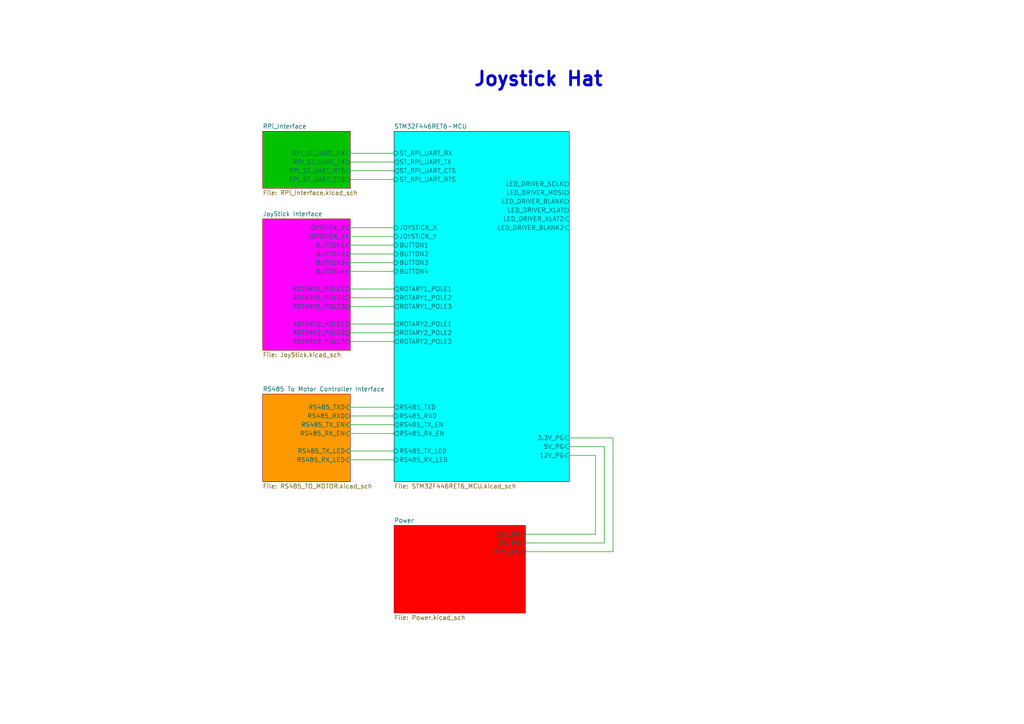
<source format=kicad_sch>
(kicad_sch
	(version 20231120)
	(generator "eeschema")
	(generator_version "8.0")
	(uuid "cf0c81b5-5bdf-47c3-83c0-f6980f515e65")
	(paper "A4")
	(lib_symbols)
	(wire
		(pts
			(xy 177.8 127) (xy 165.1 127)
		)
		(stroke
			(width 0)
			(type default)
		)
		(uuid "02f0fb43-01cb-4626-85c9-9e2e73c733bc")
	)
	(wire
		(pts
			(xy 152.4 157.48) (xy 175.26 157.48)
		)
		(stroke
			(width 0)
			(type default)
		)
		(uuid "0a5fc099-12b4-4bd3-a449-a6fba262bb38")
	)
	(wire
		(pts
			(xy 101.6 44.45) (xy 114.3 44.45)
		)
		(stroke
			(width 0)
			(type default)
		)
		(uuid "1abd81a1-43cb-4fb8-bf66-7ace70f06f98")
	)
	(wire
		(pts
			(xy 101.6 52.07) (xy 114.3 52.07)
		)
		(stroke
			(width 0)
			(type default)
		)
		(uuid "1c97a3be-e7c3-49a4-9e48-bdd687c36255")
	)
	(wire
		(pts
			(xy 101.6 83.82) (xy 114.3 83.82)
		)
		(stroke
			(width 0)
			(type default)
		)
		(uuid "2d6e64de-6c2f-425e-bc26-fb43578a734b")
	)
	(wire
		(pts
			(xy 101.6 78.74) (xy 114.3 78.74)
		)
		(stroke
			(width 0)
			(type default)
		)
		(uuid "2d96e2d5-3c69-4908-904b-fbf7d8894604")
	)
	(wire
		(pts
			(xy 101.6 86.36) (xy 114.3 86.36)
		)
		(stroke
			(width 0)
			(type default)
		)
		(uuid "421bdbbb-0d4a-43a7-9a44-5fe932b35aef")
	)
	(wire
		(pts
			(xy 165.1 129.54) (xy 175.26 129.54)
		)
		(stroke
			(width 0)
			(type default)
		)
		(uuid "4a8b2c4b-c097-48b3-a363-dbc2de68c0c8")
	)
	(wire
		(pts
			(xy 172.72 154.94) (xy 172.72 132.08)
		)
		(stroke
			(width 0)
			(type default)
		)
		(uuid "5004a02c-6e8c-467c-99dd-331ddae40e35")
	)
	(wire
		(pts
			(xy 101.6 73.66) (xy 114.3 73.66)
		)
		(stroke
			(width 0)
			(type default)
		)
		(uuid "54094dbc-9db7-4ff9-8318-d523e1a45776")
	)
	(wire
		(pts
			(xy 172.72 132.08) (xy 165.1 132.08)
		)
		(stroke
			(width 0)
			(type default)
		)
		(uuid "5c949d41-6ad7-423d-b7e1-b4a3a57d985f")
	)
	(wire
		(pts
			(xy 152.4 160.02) (xy 177.8 160.02)
		)
		(stroke
			(width 0)
			(type default)
		)
		(uuid "65026c94-2269-4bd4-af05-4e20724bb3b4")
	)
	(wire
		(pts
			(xy 101.6 71.12) (xy 114.3 71.12)
		)
		(stroke
			(width 0)
			(type default)
		)
		(uuid "6e719d33-98a6-4eb4-b9c1-a2c4bfcc56b8")
	)
	(wire
		(pts
			(xy 101.6 76.2) (xy 114.3 76.2)
		)
		(stroke
			(width 0)
			(type default)
		)
		(uuid "784562e8-84d0-497c-9c19-ebf47593fbde")
	)
	(wire
		(pts
			(xy 177.8 160.02) (xy 177.8 127)
		)
		(stroke
			(width 0)
			(type default)
		)
		(uuid "7deaddaf-b5f1-414b-a39f-7c652e43252d")
	)
	(wire
		(pts
			(xy 101.6 123.19) (xy 114.3 123.19)
		)
		(stroke
			(width 0)
			(type default)
		)
		(uuid "8285f789-732f-4247-9b26-1edb5783dce2")
	)
	(wire
		(pts
			(xy 101.6 133.35) (xy 114.3 133.35)
		)
		(stroke
			(width 0)
			(type default)
		)
		(uuid "858b6487-caac-4dbb-9c51-0e5b8d940145")
	)
	(wire
		(pts
			(xy 101.6 99.06) (xy 114.3 99.06)
		)
		(stroke
			(width 0)
			(type default)
		)
		(uuid "8aa6dbbe-aa12-4a05-9a98-006d1b7e7054")
	)
	(wire
		(pts
			(xy 101.6 118.11) (xy 114.3 118.11)
		)
		(stroke
			(width 0)
			(type default)
		)
		(uuid "8bb60270-3b08-4382-a9fb-05e4210fbced")
	)
	(wire
		(pts
			(xy 101.6 120.65) (xy 114.3 120.65)
		)
		(stroke
			(width 0)
			(type default)
		)
		(uuid "902ab5ab-fd80-48a8-9d35-7a7a41565937")
	)
	(wire
		(pts
			(xy 101.6 130.81) (xy 114.3 130.81)
		)
		(stroke
			(width 0)
			(type default)
		)
		(uuid "92ed87c7-d02f-4389-8deb-71efc3b7b692")
	)
	(wire
		(pts
			(xy 175.26 157.48) (xy 175.26 129.54)
		)
		(stroke
			(width 0)
			(type default)
		)
		(uuid "a815b9ae-cea9-479f-8813-8a40ef6a36a3")
	)
	(wire
		(pts
			(xy 152.4 154.94) (xy 172.72 154.94)
		)
		(stroke
			(width 0)
			(type default)
		)
		(uuid "a8443e22-a7ca-4cff-96ed-c7e0e2f226bc")
	)
	(wire
		(pts
			(xy 101.6 46.99) (xy 114.3 46.99)
		)
		(stroke
			(width 0)
			(type default)
		)
		(uuid "acd52c15-9a6e-4656-8e66-71b78b772415")
	)
	(wire
		(pts
			(xy 101.6 125.73) (xy 114.3 125.73)
		)
		(stroke
			(width 0)
			(type default)
		)
		(uuid "cd6ac34a-603d-471d-839c-d883e0daebbc")
	)
	(wire
		(pts
			(xy 101.6 66.04) (xy 114.3 66.04)
		)
		(stroke
			(width 0)
			(type default)
		)
		(uuid "ce74e567-af3b-48d1-b969-951ff9fc697d")
	)
	(wire
		(pts
			(xy 101.6 68.58) (xy 114.3 68.58)
		)
		(stroke
			(width 0)
			(type default)
		)
		(uuid "d1230e0b-7b2e-4c8f-b944-02edb45ac468")
	)
	(wire
		(pts
			(xy 101.6 49.53) (xy 114.3 49.53)
		)
		(stroke
			(width 0)
			(type default)
		)
		(uuid "d4312203-34d7-4ab6-993f-0bc52eae3e18")
	)
	(wire
		(pts
			(xy 101.6 88.9) (xy 114.3 88.9)
		)
		(stroke
			(width 0)
			(type default)
		)
		(uuid "e4069508-da11-416b-9d27-28b6dce61782")
	)
	(wire
		(pts
			(xy 101.6 93.98) (xy 114.3 93.98)
		)
		(stroke
			(width 0)
			(type default)
		)
		(uuid "f9dc7a24-8d9d-4f24-87fe-187536dd8ab5")
	)
	(wire
		(pts
			(xy 101.6 96.52) (xy 114.3 96.52)
		)
		(stroke
			(width 0)
			(type default)
		)
		(uuid "fbe14549-ab53-4597-99a7-bade70984514")
	)
	(text "Joystick Hat"
		(exclude_from_sim no)
		(at 137.16 25.4 0)
		(effects
			(font
				(size 4 4)
				(thickness 0.8)
				(bold yes)
			)
			(justify left bottom)
		)
		(uuid "ecefa86c-4ce4-4c57-8ca4-565873959f53")
	)
	(sheet
		(at 76.2 63.5)
		(size 25.4 38.1)
		(fields_autoplaced yes)
		(stroke
			(width 0.1524)
			(type solid)
		)
		(fill
			(color 255 0 255 1.0000)
		)
		(uuid "657fac1d-f0e2-4536-8020-58a2ff4b82f6")
		(property "Sheetname" "JoyStick Interface"
			(at 76.2 62.7884 0)
			(effects
				(font
					(size 1.27 1.27)
				)
				(justify left bottom)
			)
		)
		(property "Sheetfile" "JoyStick.kicad_sch"
			(at 76.2 102.1846 0)
			(effects
				(font
					(size 1.27 1.27)
				)
				(justify left top)
			)
		)
		(pin "JOYSTICK_X" input
			(at 101.6 66.04 0)
			(effects
				(font
					(size 1.27 1.27)
				)
				(justify right)
			)
			(uuid "8ea38461-ce63-4b32-bc7c-5ff6837ac8fe")
		)
		(pin "JOYSTICK_Y" input
			(at 101.6 68.58 0)
			(effects
				(font
					(size 1.27 1.27)
				)
				(justify right)
			)
			(uuid "42b758ae-7ae0-48cc-88fe-d7ae6435f93a")
		)
		(pin "BUTTON2" input
			(at 101.6 73.66 0)
			(effects
				(font
					(size 1.27 1.27)
				)
				(justify right)
			)
			(uuid "a6210bc2-2771-4354-818b-3c04db7c7d69")
		)
		(pin "BUTTON3" input
			(at 101.6 76.2 0)
			(effects
				(font
					(size 1.27 1.27)
				)
				(justify right)
			)
			(uuid "49310889-c8c3-455e-902a-113db5e78f66")
		)
		(pin "BUTTON4" input
			(at 101.6 78.74 0)
			(effects
				(font
					(size 1.27 1.27)
				)
				(justify right)
			)
			(uuid "239cb8bb-323c-4ce8-9864-11feb5301816")
		)
		(pin "BUTTON1" input
			(at 101.6 71.12 0)
			(effects
				(font
					(size 1.27 1.27)
				)
				(justify right)
			)
			(uuid "cbaf7fef-e395-4383-9c3e-c803826625b3")
		)
		(pin "ROTARY2_POLE1" output
			(at 101.6 93.98 0)
			(effects
				(font
					(size 1.27 1.27)
				)
				(justify right)
			)
			(uuid "aa685638-0a52-49c5-8262-da921b631704")
		)
		(pin "ROTARY1_POLE2" output
			(at 101.6 86.36 0)
			(effects
				(font
					(size 1.27 1.27)
				)
				(justify right)
			)
			(uuid "b265ca1e-1fc2-4b72-9ba9-5aa8ad6cc993")
		)
		(pin "ROTARY2_POLE3" output
			(at 101.6 99.06 0)
			(effects
				(font
					(size 1.27 1.27)
				)
				(justify right)
			)
			(uuid "e330f2de-c093-42b2-8edf-4568486ec392")
		)
		(pin "ROTARY1_POLE1" output
			(at 101.6 83.82 0)
			(effects
				(font
					(size 1.27 1.27)
				)
				(justify right)
			)
			(uuid "197bd868-8460-4735-adce-b79f24e9faf5")
		)
		(pin "ROTARY2_POLE2" output
			(at 101.6 96.52 0)
			(effects
				(font
					(size 1.27 1.27)
				)
				(justify right)
			)
			(uuid "ba281eaf-a38f-469d-9716-89a4f303e54d")
		)
		(pin "ROTARY1_POLE3" output
			(at 101.6 88.9 0)
			(effects
				(font
					(size 1.27 1.27)
				)
				(justify right)
			)
			(uuid "699b118d-ea52-4d8f-86d5-377401b9bcc0")
		)
		(instances
			(project "JoyStick-Hat-V2"
				(path "/cf0c81b5-5bdf-47c3-83c0-f6980f515e65"
					(page "7")
				)
			)
		)
	)
	(sheet
		(at 76.2 114.3)
		(size 25.4 25.4)
		(fields_autoplaced yes)
		(stroke
			(width 0.1524)
			(type solid)
		)
		(fill
			(color 255 153 0 1.0000)
		)
		(uuid "82e1f9af-1e5c-4e7f-8d36-34a266d2a8ff")
		(property "Sheetname" "RS485 To Motor Controller Interface"
			(at 76.2 113.5884 0)
			(effects
				(font
					(size 1.27 1.27)
				)
				(justify left bottom)
			)
		)
		(property "Sheetfile" "RS485_TO_MOTOR.kicad_sch"
			(at 76.2 140.2846 0)
			(effects
				(font
					(size 1.27 1.27)
				)
				(justify left top)
			)
		)
		(pin "RS485_TX_EN" input
			(at 101.6 123.19 0)
			(effects
				(font
					(size 1.27 1.27)
				)
				(justify right)
			)
			(uuid "b4d8b353-2005-49df-880f-06ea9736d1fd")
		)
		(pin "RS485_RX_EN" input
			(at 101.6 125.73 0)
			(effects
				(font
					(size 1.27 1.27)
				)
				(justify right)
			)
			(uuid "5742045a-8ce6-4012-b822-033b8155e2c6")
		)
		(pin "RS485_TXD" input
			(at 101.6 118.11 0)
			(effects
				(font
					(size 1.27 1.27)
				)
				(justify right)
			)
			(uuid "66e409dd-3d92-4a9b-98f1-6e26b3308bc7")
		)
		(pin "RS485_RXD" output
			(at 101.6 120.65 0)
			(effects
				(font
					(size 1.27 1.27)
				)
				(justify right)
			)
			(uuid "ddc006d3-6b09-4295-8134-cfd75ab49ddb")
		)
		(pin "RS485_TX_LED" input
			(at 101.6 130.81 0)
			(effects
				(font
					(size 1.27 1.27)
				)
				(justify right)
			)
			(uuid "c1e5f68e-a66b-431e-87c7-4f9fd6b9532d")
		)
		(pin "RS485_RX_LED" input
			(at 101.6 133.35 0)
			(effects
				(font
					(size 1.27 1.27)
				)
				(justify right)
			)
			(uuid "ebc01ac7-245b-4441-96a2-4aab1c957a38")
		)
		(instances
			(project "JoyStick-Hat-V2"
				(path "/cf0c81b5-5bdf-47c3-83c0-f6980f515e65"
					(page "8")
				)
			)
		)
	)
	(sheet
		(at 76.2 38.1)
		(size 25.4 16.51)
		(fields_autoplaced yes)
		(stroke
			(width 0.1524)
			(type solid)
		)
		(fill
			(color 0 194 0 1.0000)
		)
		(uuid "8b1a07d6-2313-4cc6-a8d0-b86e58239c25")
		(property "Sheetname" "RPi_Interface"
			(at 76.2 37.3884 0)
			(effects
				(font
					(size 1.27 1.27)
				)
				(justify left bottom)
			)
		)
		(property "Sheetfile" "RPi_Interface.kicad_sch"
			(at 76.2 55.1946 0)
			(effects
				(font
					(size 1.27 1.27)
				)
				(justify left top)
			)
		)
		(pin "RPI_ST_UART_RX" input
			(at 101.6 44.45 0)
			(effects
				(font
					(size 1.27 1.27)
				)
				(justify right)
			)
			(uuid "025f1c25-1eef-465c-a27a-89916f2e3d57")
		)
		(pin "RPI_ST_UART_TX" output
			(at 101.6 46.99 0)
			(effects
				(font
					(size 1.27 1.27)
				)
				(justify right)
			)
			(uuid "39092b79-7e70-472f-9bd8-70966a6777b4")
		)
		(pin "RPI_ST_UART_RTS" input
			(at 101.6 49.53 0)
			(effects
				(font
					(size 1.27 1.27)
				)
				(justify right)
			)
			(uuid "e4541d44-a3a6-4226-ac50-7bb69526c8cc")
		)
		(pin "RPI_ST_UART_CTS" output
			(at 101.6 52.07 0)
			(effects
				(font
					(size 1.27 1.27)
				)
				(justify right)
			)
			(uuid "4f0e4576-9cca-4e49-ae13-dfa4a2495867")
		)
		(instances
			(project "JoyStick-Hat-V2"
				(path "/cf0c81b5-5bdf-47c3-83c0-f6980f515e65"
					(page "6")
				)
			)
		)
	)
	(sheet
		(at 114.3 152.4)
		(size 38.1 25.4)
		(fields_autoplaced yes)
		(stroke
			(width 0.1524)
			(type solid)
		)
		(fill
			(color 255 0 0 1.0000)
		)
		(uuid "e93621b0-f51d-4ad7-baf5-6493a8f9cdb5")
		(property "Sheetname" "Power"
			(at 114.3 151.6884 0)
			(effects
				(font
					(size 1.27 1.27)
				)
				(justify left bottom)
			)
		)
		(property "Sheetfile" "Power.kicad_sch"
			(at 114.3 178.3846 0)
			(effects
				(font
					(size 1.27 1.27)
				)
				(justify left top)
			)
		)
		(pin "12V_PG" input
			(at 152.4 154.94 0)
			(effects
				(font
					(size 1.27 1.27)
				)
				(justify right)
			)
			(uuid "6bc9d2cc-b5d5-4c52-b875-1f4dd0d7e648")
		)
		(pin "5V_PG" input
			(at 152.4 157.48 0)
			(effects
				(font
					(size 1.27 1.27)
				)
				(justify right)
			)
			(uuid "6ce12c05-3414-4749-b630-22c73e9b837f")
		)
		(pin "3.3V_PG" input
			(at 152.4 160.02 0)
			(effects
				(font
					(size 1.27 1.27)
				)
				(justify right)
			)
			(uuid "2f976f36-b0b7-4644-b9af-ec2eb2479e1f")
		)
		(instances
			(project "JoyStick-Hat-V2"
				(path "/cf0c81b5-5bdf-47c3-83c0-f6980f515e65"
					(page "5")
				)
			)
		)
	)
	(sheet
		(at 114.3 38.1)
		(size 50.8 101.6)
		(fields_autoplaced yes)
		(stroke
			(width 0.1524)
			(type solid)
		)
		(fill
			(color 0 255 255 1.0000)
		)
		(uuid "edccb318-6986-4250-98d3-482c4b5ba7f8")
		(property "Sheetname" "STM32F446RET6-MCU"
			(at 114.3 37.3884 0)
			(effects
				(font
					(size 1.27 1.27)
				)
				(justify left bottom)
			)
		)
		(property "Sheetfile" "STM32F446RET6_MCU.kicad_sch"
			(at 114.3 140.2846 0)
			(effects
				(font
					(size 1.27 1.27)
				)
				(justify left top)
			)
		)
		(pin "ST_RPI_UART_CTS" output
			(at 114.3 49.53 180)
			(effects
				(font
					(size 1.27 1.27)
				)
				(justify left)
			)
			(uuid "faf0d4b6-80ae-42db-915c-7dde1b1ed646")
		)
		(pin "ST_RPI_UART_RX" input
			(at 114.3 44.45 180)
			(effects
				(font
					(size 1.27 1.27)
				)
				(justify left)
			)
			(uuid "f5377555-183c-46be-9d61-1525619dbe70")
		)
		(pin "ST_RPI_UART_TX" output
			(at 114.3 46.99 180)
			(effects
				(font
					(size 1.27 1.27)
				)
				(justify left)
			)
			(uuid "abb9878b-5aaf-4ace-b914-ed2cb8531056")
		)
		(pin "ST_RPI_UART_RTS" input
			(at 114.3 52.07 180)
			(effects
				(font
					(size 1.27 1.27)
				)
				(justify left)
			)
			(uuid "eb1364de-686b-4141-bb39-b6d0a1c07550")
		)
		(pin "LED_DRIVER_BLANK" output
			(at 165.1 58.42 0)
			(effects
				(font
					(size 1.27 1.27)
				)
				(justify right)
			)
			(uuid "43a6c1bb-a81c-4c96-afb8-10d9e30b22ea")
		)
		(pin "LED_DRIVER_SCLK" output
			(at 165.1 53.34 0)
			(effects
				(font
					(size 1.27 1.27)
				)
				(justify right)
			)
			(uuid "5165a01d-4f17-4b90-b4ea-26d375666f53")
		)
		(pin "LED_DRIVER_MOSI" output
			(at 165.1 55.88 0)
			(effects
				(font
					(size 1.27 1.27)
				)
				(justify right)
			)
			(uuid "105693d0-f517-4c1e-a230-3a509f8954af")
		)
		(pin "LED_DRIVER_XLAT" output
			(at 165.1 60.96 0)
			(effects
				(font
					(size 1.27 1.27)
				)
				(justify right)
			)
			(uuid "8320e25a-470a-4aaa-a3ae-9a707f746cbf")
		)
		(pin "BUTTON1" input
			(at 114.3 71.12 180)
			(effects
				(font
					(size 1.27 1.27)
				)
				(justify left)
			)
			(uuid "c1043199-da6d-44f2-a11b-1a8a2070b9f8")
		)
		(pin "BUTTON3" input
			(at 114.3 76.2 180)
			(effects
				(font
					(size 1.27 1.27)
				)
				(justify left)
			)
			(uuid "28faf07e-026c-468a-a52a-a9cc8c8332b2")
		)
		(pin "BUTTON2" input
			(at 114.3 73.66 180)
			(effects
				(font
					(size 1.27 1.27)
				)
				(justify left)
			)
			(uuid "1b675c90-081b-4567-96bc-e2495baffc8f")
		)
		(pin "BUTTON4" input
			(at 114.3 78.74 180)
			(effects
				(font
					(size 1.27 1.27)
				)
				(justify left)
			)
			(uuid "4fd64b5a-4a2e-4c2b-addd-019ab832c439")
		)
		(pin "JOYSTICK_X" input
			(at 114.3 66.04 180)
			(effects
				(font
					(size 1.27 1.27)
				)
				(justify left)
			)
			(uuid "6bed9b2c-2559-4dc7-bd41-df28f6e5d83b")
		)
		(pin "JOYSTICK_Y" input
			(at 114.3 68.58 180)
			(effects
				(font
					(size 1.27 1.27)
				)
				(justify left)
			)
			(uuid "57920daf-7fc8-43a2-89e8-dd79943391e6")
		)
		(pin "12V_PG" input
			(at 165.1 132.08 0)
			(effects
				(font
					(size 1.27 1.27)
				)
				(justify right)
			)
			(uuid "9e45b420-83a4-44c5-aa12-2579796128dc")
		)
		(pin "3.3V_PG" input
			(at 165.1 127 0)
			(effects
				(font
					(size 1.27 1.27)
				)
				(justify right)
			)
			(uuid "f9c9f486-7e73-41fd-b3a3-31932c1bcbc9")
		)
		(pin "5V_PG" input
			(at 165.1 129.54 0)
			(effects
				(font
					(size 1.27 1.27)
				)
				(justify right)
			)
			(uuid "5764f5f0-f961-424d-9706-38ede3e881c9")
		)
		(pin "LED_DRIVER_BLANK2" input
			(at 165.1 66.04 0)
			(effects
				(font
					(size 1.27 1.27)
				)
				(justify right)
			)
			(uuid "5c4f4e6e-0f27-425a-ba41-03151be5bcf1")
		)
		(pin "LED_DRIVER_XLAT2" input
			(at 165.1 63.5 0)
			(effects
				(font
					(size 1.27 1.27)
				)
				(justify right)
			)
			(uuid "6e93342e-3098-4c74-bd6b-95899bcb795c")
		)
		(pin "RS485_TXD" output
			(at 114.3 118.11 180)
			(effects
				(font
					(size 1.27 1.27)
				)
				(justify left)
			)
			(uuid "7ca7efba-1a80-4d2f-95b0-139fce8b895e")
		)
		(pin "RS485_RXD" input
			(at 114.3 120.65 180)
			(effects
				(font
					(size 1.27 1.27)
				)
				(justify left)
			)
			(uuid "c28978ce-859f-4a45-b491-492cadcfdf77")
		)
		(pin "RS485_TX_EN" output
			(at 114.3 123.19 180)
			(effects
				(font
					(size 1.27 1.27)
				)
				(justify left)
			)
			(uuid "35ee7d13-912b-4ad9-a1f8-ae8dbe731d0f")
		)
		(pin "RS485_RX_EN" output
			(at 114.3 125.73 180)
			(effects
				(font
					(size 1.27 1.27)
				)
				(justify left)
			)
			(uuid "e820a4eb-2a98-4807-a6e8-91a2928e66b4")
		)
		(pin "ROTARY2_POLE3" output
			(at 114.3 99.06 180)
			(effects
				(font
					(size 1.27 1.27)
				)
				(justify left)
			)
			(uuid "f8213879-59ad-4258-ae15-e896cec4f140")
		)
		(pin "ROTARY1_POLE1" output
			(at 114.3 83.82 180)
			(effects
				(font
					(size 1.27 1.27)
				)
				(justify left)
			)
			(uuid "91c5d6bd-060e-479e-aa2f-8e195826e836")
		)
		(pin "ROTARY1_POLE2" output
			(at 114.3 86.36 180)
			(effects
				(font
					(size 1.27 1.27)
				)
				(justify left)
			)
			(uuid "54d6c850-2ad5-4018-a490-894357400194")
		)
		(pin "ROTARY1_POLE3" output
			(at 114.3 88.9 180)
			(effects
				(font
					(size 1.27 1.27)
				)
				(justify left)
			)
			(uuid "47be1ab0-ad9d-48ad-bb5d-412cb39d30d4")
		)
		(pin "ROTARY2_POLE2" output
			(at 114.3 96.52 180)
			(effects
				(font
					(size 1.27 1.27)
				)
				(justify left)
			)
			(uuid "bd66d41c-89cc-467e-aedd-b55083beaa1a")
		)
		(pin "ROTARY2_POLE1" output
			(at 114.3 93.98 180)
			(effects
				(font
					(size 1.27 1.27)
				)
				(justify left)
			)
			(uuid "404301e7-edf8-4830-8dbe-39079c8d89f2")
		)
		(pin "RS485_TX_LED" input
			(at 114.3 130.81 180)
			(effects
				(font
					(size 1.27 1.27)
				)
				(justify left)
			)
			(uuid "9dc5012b-6785-4352-9a0a-eb3c35d5dda0")
		)
		(pin "RS485_RX_LED" input
			(at 114.3 133.35 180)
			(effects
				(font
					(size 1.27 1.27)
				)
				(justify left)
			)
			(uuid "156f9ed2-cc2c-4efd-adcf-cbbd0d32c1a5")
		)
		(instances
			(project "JoyStick-Hat-V2"
				(path "/cf0c81b5-5bdf-47c3-83c0-f6980f515e65"
					(page "2")
				)
			)
		)
	)
	(sheet_instances
		(path "/"
			(page "1")
		)
	)
)

</source>
